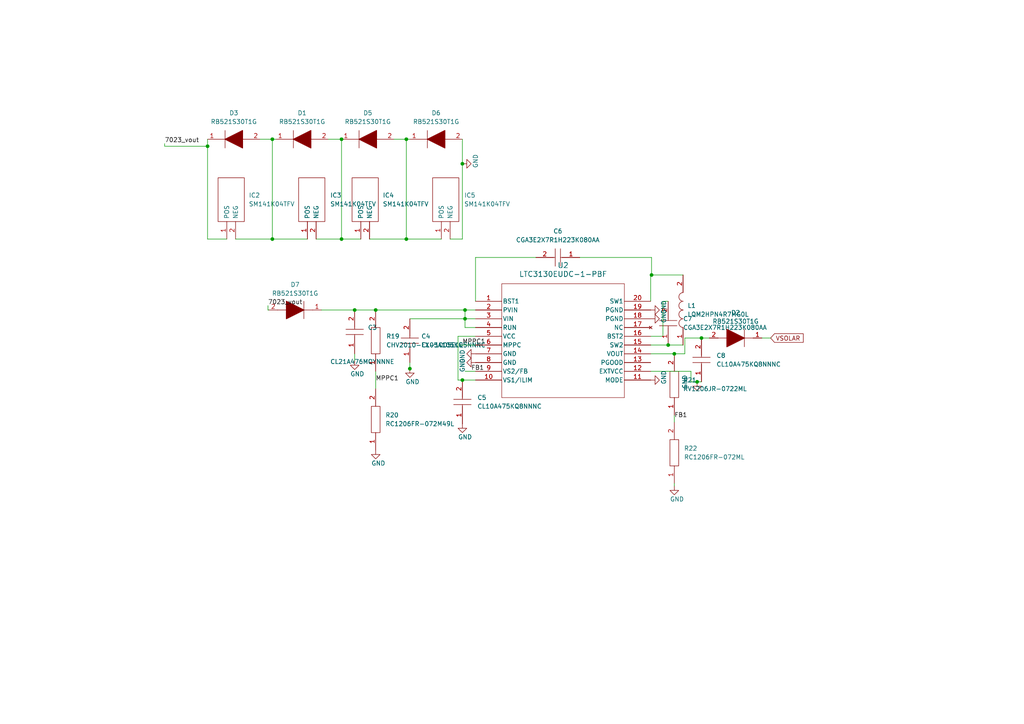
<source format=kicad_sch>
(kicad_sch (version 20230121) (generator eeschema)
  (paper "A4")
  (lib_symbols
    (symbol "AA_AUTO_LOADER:CGA3E2X7R1H223K080AA" (pin_names (offset 0.762))
      (property "Reference" "C" (at 8.89 6.35 0))
      (property "Value" "CGA3E2X7R1H223K080AA" (at 8.89 3.81 0))
      (symbol "CGA3E2X7R1H223K080AA_0_0"
        (pin passive line (at 0 0 0) (length 5.08) (name "~") (number "1"))
        (pin passive line (at 12.7 0 180) (length 5.08) (name "~") (number "2"))
      )
      (symbol "CGA3E2X7R1H223K080AA_0_1"
        (polyline (pts (xy 5.08 0) (xy 5.588 0)) (stroke (width 0.1524)))
        (polyline (pts (xy 5.588 2.54) (xy 5.588 -2.54)) (stroke (width 0.1524)))
        (polyline (pts (xy 7.112 0) (xy 7.62 0)) (stroke (width 0.1524)))
        (polyline (pts (xy 7.112 2.54) (xy 7.112 -2.54)) (stroke (width 0.1524)))
      )
    )
    (symbol "AA_AUTO_LOADER:CHV2010-FX-1005ELF" (pin_names (offset 0.762))
      (property "Reference" "R" (at 13.97 6.35 0))
      (property "Value" "CHV2010-FX-1005ELF" (at 13.97 3.81 0))
      (symbol "CHV2010-FX-1005ELF_0_0"
        (pin passive line (at 0 0 0) (length 5.08) (name "~") (number "1"))
        (pin passive line (at 17.78 0 180) (length 5.08) (name "~") (number "2"))
      )
      (symbol "CHV2010-FX-1005ELF_0_1"
        (polyline (pts (xy 5.08 1.27) (xy 12.7 1.27) (xy 12.7 -1.27) (xy 5.08 -1.27) (xy 5.08 1.27)) (stroke (width 0.1524)))
      )
    )
    (symbol "AA_AUTO_LOADER:CL05A105KQ5NNNC" (pin_names (offset 0.762))
      (property "Reference" "C" (at 8.89 6.35 0))
      (property "Value" "CL05A105KQ5NNNC" (at 8.89 3.81 0))
      (symbol "CL05A105KQ5NNNC_0_0"
        (pin passive line (at 0 0 0) (length 5.08) (name "~") (number "1"))
        (pin passive line (at 12.7 0 180) (length 5.08) (name "~") (number "2"))
      )
      (symbol "CL05A105KQ5NNNC_0_1"
        (polyline (pts (xy 5.08 0) (xy 5.588 0)) (stroke (width 0.1524)))
        (polyline (pts (xy 5.588 2.54) (xy 5.588 -2.54)) (stroke (width 0.1524)))
        (polyline (pts (xy 7.112 0) (xy 7.62 0)) (stroke (width 0.1524)))
        (polyline (pts (xy 7.112 2.54) (xy 7.112 -2.54)) (stroke (width 0.1524)))
      )
    )
    (symbol "AA_AUTO_LOADER:CL10A475KQ8NNNC" (pin_names (offset 0.762))
      (property "Reference" "C" (at 8.89 6.35 0))
      (property "Value" "CL10A475KQ8NNNC" (at 8.89 3.81 0))
      (symbol "CL10A475KQ8NNNC_0_0"
        (pin passive line (at 0 0 0) (length 5.08) (name "~") (number "1"))
        (pin passive line (at 12.7 0 180) (length 5.08) (name "~") (number "2"))
      )
      (symbol "CL10A475KQ8NNNC_0_1"
        (polyline (pts (xy 5.08 0) (xy 5.588 0)) (stroke (width 0.1524)))
        (polyline (pts (xy 5.588 2.54) (xy 5.588 -2.54)) (stroke (width 0.1524)))
        (polyline (pts (xy 7.112 0) (xy 7.62 0)) (stroke (width 0.1524)))
        (polyline (pts (xy 7.112 2.54) (xy 7.112 -2.54)) (stroke (width 0.1524)))
      )
    )
    (symbol "AA_AUTO_LOADER:CL21A476MQYNNNE" (pin_names (offset 0.762))
      (property "Reference" "C" (at 8.89 6.35 0))
      (property "Value" "CL21A476MQYNNNE" (at 8.89 3.81 0))
      (symbol "CL21A476MQYNNNE_0_0"
        (pin passive line (at 0 0 0) (length 5.08) (name "~") (number "1"))
        (pin passive line (at 12.7 0 180) (length 5.08) (name "~") (number "2"))
      )
      (symbol "CL21A476MQYNNNE_0_1"
        (polyline (pts (xy 5.08 0) (xy 5.588 0)) (stroke (width 0.1524)))
        (polyline (pts (xy 5.588 2.54) (xy 5.588 -2.54)) (stroke (width 0.1524)))
        (polyline (pts (xy 7.112 0) (xy 7.62 0)) (stroke (width 0.1524)))
        (polyline (pts (xy 7.112 2.54) (xy 7.112 -2.54)) (stroke (width 0.1524)))
      )
    )
    (symbol "AA_AUTO_LOADER:LQM2HPN4R7MG0L" (pin_names (offset 0.762))
      (property "Reference" "L" (at 16.51 6.35 0))
      (property "Value" "LQM2HPN4R7MG0L" (at 16.51 3.81 0))
      (symbol "LQM2HPN4R7MG0L_0_0"
        (pin passive line (at 0 0 0) (length 5.08) (name "~") (number "1"))
        (pin passive line (at 20.32 0 180) (length 5.08) (name "~") (number "2"))
      )
      (symbol "LQM2HPN4R7MG0L_0_1"
        (arc (start 7.62 0) (mid 6.35 1.2202) (end 5.08 0) (stroke (width 0.1524)))
        (arc (start 10.16 0) (mid 8.89 1.2202) (end 7.62 0) (stroke (width 0.1524)))
        (arc (start 12.7 0) (mid 11.43 1.2202) (end 10.16 0) (stroke (width 0.1524)))
        (arc (start 15.24 0) (mid 13.97 1.2202) (end 12.7 0) (stroke (width 0.1524)))
      )
    )
    (symbol "AA_AUTO_LOADER:RB521S30T1G" (pin_names (offset 0.762))
      (property "Reference" "D" (at 11.43 5.08 0))
      (property "Value" "RB521S30T1G" (at 11.43 2.54 0))
      (symbol "RB521S30T1G_0_0"
        (pin passive line (at 0 0 0) (length 2.54) (name "~") (number "1"))
        (pin passive line (at 15.24 0 180) (length 2.54) (name "~") (number "2"))
      )
      (symbol "RB521S30T1G_0_1"
        (polyline (pts (xy 2.54 0) (xy 5.08 0)) (stroke (width 0.1524)))
        (polyline (pts (xy 5.08 2.54) (xy 5.08 -2.54)) (stroke (width 0.1524)))
        (polyline (pts (xy 10.16 0) (xy 12.7 0)) (stroke (width 0.1524)))
        (polyline (pts (xy 5.08 0) (xy 10.16 2.54) (xy 10.16 -2.54) (xy 5.08 0)) (stroke (width 0.254)) (fill (type outline)))
      )
    )
    (symbol "AA_AUTO_LOADER:RC1206FR-072M49L" (pin_names (offset 0.762))
      (property "Reference" "R" (at 13.97 6.35 0))
      (property "Value" "RC1206FR-072M49L" (at 13.97 3.81 0))
      (symbol "RC1206FR-072M49L_0_0"
        (pin passive line (at 0 0 0) (length 5.08) (name "~") (number "1"))
        (pin passive line (at 17.78 0 180) (length 5.08) (name "~") (number "2"))
      )
      (symbol "RC1206FR-072M49L_0_1"
        (polyline (pts (xy 5.08 1.27) (xy 12.7 1.27) (xy 12.7 -1.27) (xy 5.08 -1.27) (xy 5.08 1.27)) (stroke (width 0.1524)))
      )
    )
    (symbol "AA_AUTO_LOADER:RC1206FR-072ML" (pin_names (offset 0.762))
      (property "Reference" "R" (at 13.97 6.35 0))
      (property "Value" "RC1206FR-072ML" (at 13.97 3.81 0))
      (symbol "RC1206FR-072ML_0_0"
        (pin passive line (at 0 0 0) (length 5.08) (name "~") (number "1"))
        (pin passive line (at 17.78 0 180) (length 5.08) (name "~") (number "2"))
      )
      (symbol "RC1206FR-072ML_0_1"
        (polyline (pts (xy 5.08 1.27) (xy 12.7 1.27) (xy 12.7 -1.27) (xy 5.08 -1.27) (xy 5.08 1.27)) (stroke (width 0.1524)))
      )
    )
    (symbol "AA_AUTO_LOADER:RV1206JR-0722ML" (pin_names (offset 0.762))
      (property "Reference" "R" (at 13.97 6.35 0))
      (property "Value" "RV1206JR-0722ML" (at 13.97 3.81 0))
      (symbol "RV1206JR-0722ML_0_0"
        (pin passive line (at 0 0 0) (length 5.08) (name "~") (number "1"))
        (pin passive line (at 17.78 0 180) (length 5.08) (name "~") (number "2"))
      )
      (symbol "RV1206JR-0722ML_0_1"
        (polyline (pts (xy 5.08 1.27) (xy 12.7 1.27) (xy 12.7 -1.27) (xy 5.08 -1.27) (xy 5.08 1.27)) (stroke (width 0.1524)))
      )
    )
    (symbol "AA_AUTO_LOADER:SM141K04TFV" (pin_names (offset 0.762))
      (property "Reference" "IC" (at 19.05 7.62 0))
      (property "Value" "SM141K04TFV" (at 19.05 5.08 0))
      (symbol "SM141K04TFV_0_0"
        (pin power_in line (at 0 0 0) (length 5.08) (name "POS") (number "1"))
        (pin power_in line (at 0 -2.54 0) (length 5.08) (name "NEG") (number "2"))
      )
      (symbol "SM141K04TFV_0_1"
        (polyline (pts (xy 5.08 2.54) (xy 17.78 2.54) (xy 17.78 -5.08) (xy 5.08 -5.08) (xy 5.08 2.54)) (stroke (width 0.1524)))
      )
    )
    (symbol "LTC3130:LTC3130EUDC-1-PBF" (pin_names (offset 0.254))
      (property "Reference" "U" (at 25.4 10.16 0))
      (property "Value" "LTC3130EUDC-1-PBF" (at 25.4 7.62 0))
      (symbol "LTC3130EUDC-1-PBF_0_1"
        (polyline (pts (xy 7.62 -27.94) (xy 43.18 -27.94)) (stroke (width 0.127)))
        (polyline (pts (xy 7.62 5.08) (xy 7.62 -27.94)) (stroke (width 0.127)))
        (polyline (pts (xy 43.18 -27.94) (xy 43.18 5.08)) (stroke (width 0.127)))
        (polyline (pts (xy 43.18 5.08) (xy 7.62 5.08)) (stroke (width 0.127)))
        (pin unspecified line (at 0 0 0) (length 7.62) (name "BST1") (number "1"))
        (pin bidirectional line (at 0 -22.86 0) (length 7.62) (name "VS1/ILIM") (number "10"))
        (pin unspecified line (at 50.8 -22.86 180) (length 7.62) (name "MODE") (number "11"))
        (pin input line (at 50.8 -20.32 180) (length 7.62) (name "EXTVCC") (number "12"))
        (pin output line (at 50.8 -17.78 180) (length 7.62) (name "PGOOD") (number "13"))
        (pin output line (at 50.8 -15.24 180) (length 7.62) (name "VOUT") (number "14"))
        (pin unspecified line (at 50.8 -12.7 180) (length 7.62) (name "SW2") (number "15"))
        (pin unspecified line (at 50.8 -10.16 180) (length 7.62) (name "BST2") (number "16"))
        (pin no_connect line (at 50.8 -7.62 180) (length 7.62) (name "NC") (number "17"))
        (pin power_out line (at 50.8 -5.08 180) (length 7.62) (name "PGND") (number "18"))
        (pin power_out line (at 50.8 -2.54 180) (length 7.62) (name "PGND") (number "19"))
        (pin input line (at 0 -2.54 0) (length 7.62) (name "PVIN") (number "2"))
        (pin unspecified line (at 50.8 0 180) (length 7.62) (name "SW1") (number "20"))
        (pin input line (at 0 -5.08 0) (length 7.62) (name "VIN") (number "3"))
        (pin input line (at 0 -7.62 0) (length 7.62) (name "RUN") (number "4"))
        (pin power_in line (at 0 -10.16 0) (length 7.62) (name "VCC") (number "5"))
        (pin unspecified line (at 0 -12.7 0) (length 7.62) (name "MPPC") (number "6"))
        (pin power_out line (at 0 -15.24 0) (length 7.62) (name "GND") (number "7"))
        (pin power_out line (at 0 -17.78 0) (length 7.62) (name "GND") (number "8"))
        (pin bidirectional line (at 0 -20.32 0) (length 7.62) (name "VS2/FB") (number "9"))
      )
    )
    (symbol "power:GND" (power) (pin_names (offset 0))
      (property "Value" "GND" (at 0 -3.81 0))
      (symbol "GND_0_1"
        (polyline (pts (xy 0 0) (xy 0 -1.27) (xy 1.27 -1.27) (xy 0 -2.54) (xy -1.27 -1.27) (xy 0 -1.27)))
      )
      (symbol "GND_1_1"
        (pin power_in line (at 0 0 270) (length 0) hide (name "GND") (number "1"))
      )
    )
  )
  (junction (at 134.874 89.916))
  (junction (at 134.112 110.236))
  (junction (at 193.802 100.076))
  (junction (at 78.994 69.342))
  (junction (at 117.856 69.342))
  (junction (at 202.184 110.744))
  (junction (at 99.06 40.386))
  (junction (at 78.994 40.386))
  (junction (at 195.58 102.616))
  (junction (at 203.454 98.044))
  (junction (at 99.06 69.342))
  (junction (at 60.198 42.418))
  (junction (at 117.856 40.386))
  (junction (at 134.874 92.456))
  (junction (at 108.966 89.916))
  (junction (at 134.112 47.498))
  (junction (at 188.976 79.756))
  (junction (at 102.87 89.916))
  (junction (at 118.872 106.934))
  (wire (pts (xy 134.874 89.916) (xy 134.874 92.456)))
  (wire (pts (xy 77.724 88.646) (xy 77.724 89.916)))
  (wire (pts (xy 193.802 100.076) (xy 198.12 100.076)))
  (wire (pts (xy 117.856 40.386) (xy 117.856 69.342)))
  (wire (pts (xy 47.752 41.656) (xy 47.752 42.418)))
  (wire (pts (xy 78.994 69.342) (xy 89.154 69.342)))
  (wire (pts (xy 117.856 40.386) (xy 118.872 40.386)))
  (wire (pts (xy 198.628 98.044) (xy 203.454 98.044)))
  (wire (pts (xy 198.628 102.616) (xy 198.628 98.044)))
  (wire (pts (xy 107.188 69.342) (xy 117.856 69.342)))
  (wire (pts (xy 188.722 107.696) (xy 200.406 107.696)))
  (wire (pts (xy 188.722 100.076) (xy 193.802 100.076)))
  (wire (pts (xy 134.874 89.916) (xy 137.922 89.916)))
  (wire (pts (xy 133.35 100.076) (xy 137.922 100.076)))
  (wire (pts (xy 134.112 47.498) (xy 134.112 69.342)))
  (wire (pts (xy 118.872 106.934) (xy 118.872 105.156)))
  (wire (pts (xy 134.874 92.456) (xy 134.874 94.996)))
  (wire (pts (xy 137.922 97.536) (xy 132.842 97.536)))
  (wire (pts (xy 188.976 79.756) (xy 188.722 79.756)))
  (wire (pts (xy 134.112 69.342) (xy 130.556 69.342)))
  (wire (pts (xy 47.752 42.418) (xy 60.198 42.418)))
  (wire (pts (xy 192.278 87.376) (xy 192.278 97.536)))
  (wire (pts (xy 134.874 92.456) (xy 137.922 92.456)))
  (wire (pts (xy 91.694 69.342) (xy 99.06 69.342)))
  (wire (pts (xy 102.87 104.648) (xy 102.87 102.616)))
  (wire (pts (xy 202.184 110.744) (xy 203.454 110.744)))
  (wire (pts (xy 104.648 69.342) (xy 99.06 69.342)))
  (wire (pts (xy 188.722 79.756) (xy 188.722 87.376)))
  (wire (pts (xy 60.198 42.418) (xy 60.198 69.342)))
  (wire (pts (xy 99.06 40.386) (xy 95.25 40.386)))
  (wire (pts (xy 193.802 87.376) (xy 192.278 87.376)))
  (wire (pts (xy 134.874 94.996) (xy 137.922 94.996)))
  (wire (pts (xy 99.06 40.386) (xy 99.06 69.342)))
  (wire (pts (xy 114.3 40.386) (xy 117.856 40.386)))
  (wire (pts (xy 134.874 107.696) (xy 137.922 107.696)))
  (wire (pts (xy 200.406 110.744) (xy 202.184 110.744)))
  (wire (pts (xy 134.112 110.236) (xy 137.922 110.236)))
  (wire (pts (xy 205.74 98.044) (xy 203.454 98.044)))
  (wire (pts (xy 68.326 69.342) (xy 78.994 69.342)))
  (wire (pts (xy 195.58 102.616) (xy 198.628 102.616)))
  (wire (pts (xy 132.842 97.536) (xy 132.842 110.236)))
  (wire (pts (xy 195.58 122.428) (xy 195.58 120.396)))
  (wire (pts (xy 220.98 98.044) (xy 223.52 98.044)))
  (wire (pts (xy 75.438 40.386) (xy 78.994 40.386)))
  (wire (pts (xy 137.922 87.376) (xy 137.922 74.676)))
  (wire (pts (xy 108.966 112.776) (xy 108.966 107.696)))
  (wire (pts (xy 118.872 92.456) (xy 134.874 92.456)))
  (wire (pts (xy 102.87 89.916) (xy 108.966 89.916)))
  (wire (pts (xy 60.198 40.386) (xy 60.198 42.418)))
  (wire (pts (xy 65.786 69.342) (xy 60.198 69.342)))
  (wire (pts (xy 188.976 74.676) (xy 188.976 79.756)))
  (wire (pts (xy 78.994 40.386) (xy 80.01 40.386)))
  (wire (pts (xy 134.112 40.386) (xy 134.112 47.498)))
  (wire (pts (xy 93.218 89.916) (xy 102.87 89.916)))
  (wire (pts (xy 192.278 97.536) (xy 188.722 97.536)))
  (wire (pts (xy 200.406 107.696) (xy 200.406 110.744)))
  (wire (pts (xy 195.58 140.97) (xy 195.58 140.208)))
  (wire (pts (xy 117.856 69.342) (xy 128.016 69.342)))
  (wire (pts (xy 188.722 102.616) (xy 195.58 102.616)))
  (wire (pts (xy 137.922 74.676) (xy 155.448 74.676)))
  (wire (pts (xy 132.842 110.236) (xy 134.112 110.236)))
  (wire (pts (xy 168.148 74.676) (xy 188.976 74.676)))
  (wire (pts (xy 108.966 89.916) (xy 134.874 89.916)))
  (wire (pts (xy 198.12 79.756) (xy 188.976 79.756)))
  (wire (pts (xy 77.724 89.916) (xy 77.978 89.916)))
  (wire (pts (xy 118.872 106.934) (xy 118.872 107.188)))
  (wire (pts (xy 78.994 40.386) (xy 78.994 69.342)))
  (label "7023_vout" (at 77.724 88.646 0))
  (label "MPPC1" (at 108.966 110.744 0))
  (label "MPPC1" (at 134.112 100.076 0))
  (label "FB1" (at 136.652 107.696 0))
  (label "FB1" (at 195.58 121.412 0))
  (label "7023_vout" (at 47.752 41.656 0))
  (global_label "VSOLAR" (shape input) (at 223.52 98.044 0) (property "Intersheetrefs" "${INTERSHEET_REFS}" (effects hide)))
  (symbol (lib_id "AA_AUTO_LOADER:RC1206FR-072M49L") (at 108.966 130.556 90) (unit 1)
    (property "Reference" "R20" (at 111.76 120.396 90) (effects (justify right)))
    (property "Value" "RC1206FR-072M49L" (at 111.76 122.936 90) (effects (justify right)))
    (property "Footprint" "RESC3116X65N" (effects hide))
    (property "Datasheet" "https://www.sos.sk/productdata/35/10/4/35104/RC1206.pdf" (effects hide))
    (property "Description" "Thick Film Resistors - SMD 1/4W 2.49M Ohms 1%" (effects hide))
    (property "Height" "0.65" (effects hide))
    (property "Manufacturer_Name" "KEMET" (effects hide))
    (property "Manufacturer_Part_Number" "RC1206FR-072M49L" (effects hide))
    (property "Mouser Part Number" "603-RC1206FR-072M49L" (effects hide))
    (property "Mouser Price/Stock" "https://www.mouser.com/Search/Refine.aspx?Keyword=603-RC1206FR-072M49L" (effects hide))
    (property "Arrow Part Number" "RC1206FR-072M49L" (effects hide))
    (property "Arrow Price/Stock" "https://www.arrow.com/en/products/rc1206fr-072m49l/yageo" (effects hide))
    (instances (project "Z_PLUS_REV1" (path "" (reference "R20") (unit 1))) (project "Xpanel_V1_final" (path "" (reference "R40") (unit 1))))
  )
  (symbol (lib_id "AA_AUTO_LOADER:RB521S30T1G") (at 80.01 40.386 0) (unit 1)
    (property "Reference" "D1" (at 87.63 32.766 0))
    (property "Value" "RB521S30T1G" (at 87.63 35.306 0))
    (property "Footprint" "SODFL1608X70N" (effects hide))
    (property "Datasheet" "http://www.onsemi.com/pub/Collateral/RB521S30T1-D.PDF" (effects hide))
    (property "Description" "Schottky Barrier Diode" (effects hide))
    (property "Height" "0.7" (effects hide))
    (property "Manufacturer_Name" "onsemi" (effects hide))
    (property "Manufacturer_Part_Number" "RB521S30T1G" (effects hide))
    (property "Mouser Part Number" "863-RB521S30T1G" (effects hide))
    (property "Mouser Price/Stock" "https://www.mouser.co.uk/ProductDetail/onsemi/RB521S30T1G?qs=xZq1yRCsb1eKFKS8TVH%2Fqg%3D%3D" (effects hide))
    (property "Arrow Part Number" "RB521S30T1G" (effects hide))
    (property "Arrow Price/Stock" "https://www.arrow.com/en/products/rb521s30t1g/on-semiconductor?region=europe" (effects hide))
  )
  (symbol (lib_id "AA_AUTO_LOADER:RB521S30T1G") (at 118.872 40.386 0) (unit 1)
    (property "Reference" "D6" (at 126.492 32.766 0))
    (property "Value" "RB521S30T1G" (at 126.492 35.306 0))
    (property "Footprint" "SODFL1608X70N" (effects hide))
    (property "Datasheet" "http://www.onsemi.com/pub/Collateral/RB521S30T1-D.PDF" (effects hide))
    (property "Description" "Schottky Barrier Diode" (effects hide))
    (property "Height" "0.7" (effects hide))
    (property "Manufacturer_Name" "onsemi" (effects hide))
    (property "Manufacturer_Part_Number" "RB521S30T1G" (effects hide))
    (property "Mouser Part Number" "863-RB521S30T1G" (effects hide))
    (property "Mouser Price/Stock" "https://www.mouser.co.uk/ProductDetail/onsemi/RB521S30T1G?qs=xZq1yRCsb1eKFKS8TVH%2Fqg%3D%3D" (effects hide))
    (property "Arrow Part Number" "RB521S30T1G" (effects hide))
    (property "Arrow Price/Stock" "https://www.arrow.com/en/products/rb521s30t1g/on-semiconductor?region=europe" (effects hide))
  )
  (symbol (lib_id "AA_AUTO_LOADER:SM141K04TFV") (at 104.648 69.342 90) (unit 1)
    (property "Reference" "IC4" (at 110.998 56.642 90) (effects (justify right)))
    (property "Value" "SM141K04TFV" (at 110.998 59.182 90) (effects (justify right)))
    (property "Footprint" "SODFL490150X120N" (effects hide))
    (property "Datasheet" "https://waf-e.dubuplus.com/anysolar.dubuplus.com/techsupport@anysolar.biz/O18BEsz/DubuDisk/www/Gen3/SM141K04TFV%20DATA%20SHEET%20202105.pdf" (effects hide))
    (property "Description" "SOLAR CELL G3 THIN 2.76V 123MW" (effects hide))
    (property "Height" "1.2" (effects hide))
    (property "Manufacturer_Name" "ANYSOLAR" (effects hide))
    (property "Manufacturer_Part_Number" "SM141K04TFV" (effects hide))
  )
  (symbol (lib_id "power:GND") (at 102.87 104.648 0) (mirror y) (unit 1)
    (property "Reference" "#PWR?" (effects hide))
    (property "Value" "GND" (at 101.6 108.458 0) (effects (justify right)))
    (instances (project "xpanel" (path "" (reference "#PWR?") (unit 1))) (project "Z_PLUS_REV1" (path "" (reference "#PWR018") (unit 1))) (project "Xpanel_V1_final" (path "" (reference "#PWR038") (unit 1)) (path "" (reference "#PWR041") (unit 1))))
  )
  (symbol (lib_id "AA_AUTO_LOADER:LQM2HPN4R7MG0L") (at 198.12 100.076 90) (unit 1)
    (property "Reference" "L1" (at 199.39 88.646 90) (effects (justify right)))
    (property "Value" "LQM2HPN4R7MG0L" (at 199.39 91.186 90) (effects (justify right)))
    (property "Footprint" "LQM2HPN1R0MG0L" (effects hide))
    (property "Datasheet" "https://psearch.en.murata.com/inductor/product/LQM2HPN4R7MG0%23.html" (effects hide))
    (property "Description" "Inductor SMD 1008 shielded 4.7uH Murata LQM2HP_G0 Series 4700 nH +/-20% Ferrite Multilayer SMD Inductor, 1008 Case, SRF: 0.025GHz 1.1A dc 138m Rdc" (effects hide))
    (property "Height" "1" (effects hide))
    (property "Manufacturer_Name" "Murata Electronics" (effects hide))
    (property "Manufacturer_Part_Number" "LQM2HPN4R7MG0L" (effects hide))
    (property "Mouser Part Number" "81-LQM2HPN4R7MG0L" (effects hide))
    (property "Mouser Price/Stock" "https://www.mouser.co.uk/ProductDetail/Murata-Electronics/LQM2HPN4R7MG0L?qs=%2F%252BYoplLUB5jnkqM2%2FFTc3g%3D%3D" (effects hide))
    (property "Arrow Part Number" "LQM2HPN4R7MG0L" (effects hide))
    (property "Arrow Price/Stock" "https://www.arrow.com/en/products/lqm2hpn4r7mg0l/murata-manufacturing?region=nac" (effects hide))
    (instances (project "Z_PLUS_REV1" (path "" (reference "L1") (unit 1))) (project "Xpanel_V1_final" (path "" (reference "L3") (unit 1)) (path "" (reference "L4") (unit 1))))
  )
  (symbol (lib_id "power:GND") (at 108.966 130.556 0) (mirror y) (unit 1)
    (property "Reference" "#PWR?" (effects hide))
    (property "Value" "GND" (at 107.696 134.366 0) (effects (justify right)))
    (instances (project "xpanel" (path "" (reference "#PWR?") (unit 1))) (project "Z_PLUS_REV1" (path "" (reference "#PWR019") (unit 1))) (project "Xpanel_V1_final" (path "" (reference "#PWR039") (unit 1)) (path "" (reference "#PWR042") (unit 1))))
  )
  (symbol (lib_id "AA_AUTO_LOADER:CL10A475KQ8NNNC") (at 134.112 122.936 90) (unit 1)
    (property "Reference" "C5" (at 138.43 115.316 90) (effects (justify right)))
    (property "Value" "CL10A475KQ8NNNC" (at 138.43 117.856 90) (effects (justify right)))
    (property "Footprint" "CAPC1608X90N" (effects hide))
    (property "Datasheet" "https://lcsc.componentsearchengine.com/Datasheets/2/CL10A475KQ8NNNC.pdf" (effects hide))
    (property "Description" "Samsung Electro-Mechanics 0603 CL 4.7uF Ceramic Multilayer Capacitor, 6.3 V, +85C, X5R Dielectric, +/-10% SMD" (effects hide))
    (property "Height" "0.9" (effects hide))
    (property "Manufacturer_Name" "SAMSUNG" (effects hide))
    (property "Manufacturer_Part_Number" "CL10A475KQ8NNNC" (effects hide))
    (property "Mouser Part Number" "187-CL10A475KQ8NNNC" (effects hide))
    (property "Mouser Price/Stock" "https://www.mouser.co.uk/ProductDetail/Samsung-Electro-Mechanics/CL10A475KQ8NNNC?qs=349EhDEZ59oYfMfehxxCwQ%3D%3D" (effects hide))
    (property "Arrow Part Number" "CL10A475KQ8NNNC" (effects hide))
    (property "Arrow Price/Stock" "https://www.arrow.com/en/products/cl10a475kq8nnnc/samsung-electro-mechanics?region=europe" (effects hide))
    (instances (project "Z_PLUS_REV1" (path "" (reference "C5") (unit 1))) (project "Xpanel_V1_final" (path "" (reference "C10") (unit 1)) (path "" (reference "C16") (unit 1))))
  )
  (symbol (lib_id "power:GND") (at 202.184 110.744 0) (mirror y) (unit 1)
    (property "Reference" "#PWR?" (effects hide))
    (property "Value" "GND" (at 198.628 108.712 90) (effects (justify right)))
    (instances (project "xpanel" (path "" (reference "#PWR?") (unit 1))) (project "Z_PLUS_REV1" (path "" (reference "#PWR029") (unit 1))) (project "Xpanel_V1_final" (path "" (reference "#PWR037") (unit 1)) (path "" (reference "#PWR057") (unit 1))))
  )
  (symbol (lib_id "AA_AUTO_LOADER:RB521S30T1G") (at 220.98 98.044 180) (unit 1)
    (property "Reference" "D2" (at 213.36 90.678 0))
    (property "Value" "RB521S30T1G" (at 213.36 93.218 0))
    (property "Footprint" "SODFL1608X70N" (effects hide))
    (property "Datasheet" "http://www.onsemi.com/pub/Collateral/RB521S30T1-D.PDF" (effects hide))
    (property "Description" "Schottky Barrier Diode" (effects hide))
    (property "Height" "0.7" (effects hide))
    (property "Manufacturer_Name" "onsemi" (effects hide))
    (property "Manufacturer_Part_Number" "RB521S30T1G" (effects hide))
    (property "Mouser Part Number" "863-RB521S30T1G" (effects hide))
    (property "Mouser Price/Stock" "https://www.mouser.co.uk/ProductDetail/onsemi/RB521S30T1G?qs=xZq1yRCsb1eKFKS8TVH%2Fqg%3D%3D" (effects hide))
    (property "Arrow Part Number" "RB521S30T1G" (effects hide))
    (property "Arrow Price/Stock" "https://www.arrow.com/en/products/rb521s30t1g/on-semiconductor?region=europe" (effects hide))
  )
  (symbol (lib_id "AA_AUTO_LOADER:CL05A105KQ5NNNC") (at 118.872 105.156 90) (unit 1)
    (property "Reference" "C4" (at 122.174 97.536 90) (effects (justify right)))
    (property "Value" "CL05A105KQ5NNNC" (at 122.174 100.076 90) (effects (justify right)))
    (property "Footprint" "CAPC1005X55N" (effects hide))
    (property "Datasheet" "https://altium.componentsearchengine.com/Datasheets/2/CL05A105KQ5NNNC.pdf" (effects hide))
    (property "Description" "Samsung Electro-Mechanics 0402 CL 1uF Ceramic Multilayer Capacitor, 6.3 V, +85C, X5R Dielectric, +/-10% SMD" (effects hide))
    (property "Height" "0.55" (effects hide))
    (property "Manufacturer_Name" "SAMSUNG" (effects hide))
    (property "Manufacturer_Part_Number" "CL05A105KQ5NNNC" (effects hide))
    (property "Mouser Part Number" "187-CL05A105KQ5NNNC" (effects hide))
    (property "Mouser Price/Stock" "https://www.mouser.co.uk/ProductDetail/Samsung-Electro-Mechanics/CL05A105KQ5NNNC?qs=hqM3L16%252BxlcZ9I8tt8QWVg%3D%3D" (effects hide))
    (property "Arrow Part Number" "CL05A105KQ5NNNC" (effects hide))
    (property "Arrow Price/Stock" "https://www.arrow.com/en/products/cl05a105kq5nnnc/samsung-electro-mechanics?region=europe" (effects hide))
    (instances (project "Z_PLUS_REV1" (path "" (reference "C4") (unit 1))) (project "Xpanel_V1_final" (path "" (reference "C7") (unit 1)) (path "" (reference "C15") (unit 1))))
  )
  (symbol (lib_id "AA_AUTO_LOADER:CL10A475KQ8NNNC") (at 203.454 110.744 90) (unit 1)
    (property "Reference" "C8" (at 207.772 103.124 90) (effects (justify right)))
    (property "Value" "CL10A475KQ8NNNC" (at 207.772 105.664 90) (effects (justify right)))
    (property "Footprint" "CAPC1608X90N" (effects hide))
    (property "Datasheet" "https://lcsc.componentsearchengine.com/Datasheets/2/CL10A475KQ8NNNC.pdf" (effects hide))
    (property "Description" "Samsung Electro-Mechanics 0603 CL 4.7uF Ceramic Multilayer Capacitor, 6.3 V, +85C, X5R Dielectric, +/-10% SMD" (effects hide))
    (property "Height" "0.9" (effects hide))
    (property "Manufacturer_Name" "SAMSUNG" (effects hide))
    (property "Manufacturer_Part_Number" "CL10A475KQ8NNNC" (effects hide))
    (property "Mouser Part Number" "187-CL10A475KQ8NNNC" (effects hide))
    (property "Mouser Price/Stock" "https://www.mouser.co.uk/ProductDetail/Samsung-Electro-Mechanics/CL10A475KQ8NNNC?qs=349EhDEZ59oYfMfehxxCwQ%3D%3D" (effects hide))
    (property "Arrow Part Number" "CL10A475KQ8NNNC" (effects hide))
    (property "Arrow Price/Stock" "https://www.arrow.com/en/products/cl10a475kq8nnnc/samsung-electro-mechanics?region=europe" (effects hide))
    (instances (project "Z_PLUS_REV1" (path "" (reference "C8") (unit 1))) (project "Xpanel_V1_final" (path "" (reference "C11") (unit 1)) (path "" (reference "C19") (unit 1))))
  )
  (symbol (lib_id "AA_AUTO_LOADER:CGA3E2X7R1H223K080AA") (at 168.148 74.676 180) (unit 1)
    (property "Reference" "C6" (at 161.798 67.056 0))
    (property "Value" "CGA3E2X7R1H223K080AA" (at 161.798 69.596 0))
    (property "Footprint" "CAPC1608X90N" (effects hide))
    (property "Datasheet" "http://docs-europe.electrocomponents.com/webdocs/14e9/0900766b814e9125.pdf" (effects hide))
    (property "Description" "TDK 22nF Multilayer Ceramic Capacitor MLCC 50 V dc +/-10% X7R Dielectric 1608 Solder Max. Op. Temp. +125C" (effects hide))
    (property "Height" "0.9" (effects hide))
    (property "Manufacturer_Name" "TDK" (effects hide))
    (property "Manufacturer_Part_Number" "CGA3E2X7R1H223K080AA" (effects hide))
    (property "Mouser Part Number" "810-CGA3E2X7R1H223K" (effects hide))
    (property "Mouser Price/Stock" "https://www.mouser.co.uk/ProductDetail/TDK/CGA3E2X7R1H223K080AA?qs=NRhsANhppD%252Baj3NexA80WA%3D%3D" (effects hide))
    (property "Arrow Part Number" "CGA3E2X7R1H223K080AA" (effects hide))
    (property "Arrow Price/Stock" "https://www.arrow.com/en/products/cga3e2x7r1h223k080aa/tdk?region=nac" (effects hide))
    (instances (project "Z_PLUS_REV1" (path "" (reference "C6") (unit 1))) (project "Xpanel_V1_final" (path "" (reference "C13") (unit 1)) (path "" (reference "C17") (unit 1))))
  )
  (symbol (lib_id "power:GND") (at 118.872 106.934 0) (mirror y) (unit 1)
    (property "Reference" "#PWR?" (effects hide))
    (property "Value" "GND" (at 117.602 110.744 0) (effects (justify right)))
    (instances (project "xpanel" (path "" (reference "#PWR?") (unit 1))) (project "Z_PLUS_REV1" (path "" (reference "#PWR020") (unit 1))) (project "Xpanel_V1_final" (path "" (reference "#PWR031") (unit 1)) (path "" (reference "#PWR043") (unit 1))))
  )
  (symbol (lib_id "AA_AUTO_LOADER:RB521S30T1G") (at 99.06 40.386 0) (unit 1)
    (property "Reference" "D5" (at 106.68 32.766 0))
    (property "Value" "RB521S30T1G" (at 106.68 35.306 0))
    (property "Footprint" "SODFL1608X70N" (effects hide))
    (property "Datasheet" "http://www.onsemi.com/pub/Collateral/RB521S30T1-D.PDF" (effects hide))
    (property "Description" "Schottky Barrier Diode" (effects hide))
    (property "Height" "0.7" (effects hide))
    (property "Manufacturer_Name" "onsemi" (effects hide))
    (property "Manufacturer_Part_Number" "RB521S30T1G" (effects hide))
    (property "Mouser Part Number" "863-RB521S30T1G" (effects hide))
    (property "Mouser Price/Stock" "https://www.mouser.co.uk/ProductDetail/onsemi/RB521S30T1G?qs=xZq1yRCsb1eKFKS8TVH%2Fqg%3D%3D" (effects hide))
    (property "Arrow Part Number" "RB521S30T1G" (effects hide))
    (property "Arrow Price/Stock" "https://www.arrow.com/en/products/rb521s30t1g/on-semiconductor?region=europe" (effects hide))
  )
  (symbol (lib_id "AA_AUTO_LOADER:SM141K04TFV") (at 65.786 69.342 90) (unit 1)
    (property "Reference" "IC2" (at 72.136 56.642 90) (effects (justify right)))
    (property "Value" "SM141K04TFV" (at 72.136 59.182 90) (effects (justify right)))
    (property "Footprint" "SODFL490150X120N" (effects hide))
    (property "Datasheet" "https://waf-e.dubuplus.com/anysolar.dubuplus.com/techsupport@anysolar.biz/O18BEsz/DubuDisk/www/Gen3/SM141K04TFV%20DATA%20SHEET%20202105.pdf" (effects hide))
    (property "Description" "SOLAR CELL G3 THIN 2.76V 123MW" (effects hide))
    (property "Height" "1.2" (effects hide))
    (property "Manufacturer_Name" "ANYSOLAR" (effects hide))
    (property "Manufacturer_Part_Number" "SM141K04TFV" (effects hide))
  )
  (symbol (lib_id "power:GND") (at 134.112 47.498 90) (mirror x) (unit 1)
    (property "Reference" "#PWR?" (effects hide))
    (property "Value" "GND" (at 137.922 48.768 0) (effects (justify right)))
    (instances (project "xpanel" (path "" (reference "#PWR?") (unit 1))) (project "Z_PLUS_REV1" (path "" (reference "#PWR021") (unit 1))) (project "Xpanel_V1_final" (path "" (reference "#PWR039") (unit 1)) (path "" (reference "#PWR042") (unit 1))))
  )
  (symbol (lib_id "AA_AUTO_LOADER:SM141K04TFV") (at 89.154 69.342 90) (unit 1)
    (property "Reference" "IC3" (at 95.758 56.642 90) (effects (justify right)))
    (property "Value" "SM141K04TFV" (at 95.758 59.182 90) (effects (justify right)))
    (property "Footprint" "SODFL490150X120N" (effects hide))
    (property "Datasheet" "https://waf-e.dubuplus.com/anysolar.dubuplus.com/techsupport@anysolar.biz/O18BEsz/DubuDisk/www/Gen3/SM141K04TFV%20DATA%20SHEET%20202105.pdf" (effects hide))
    (property "Description" "SOLAR CELL G3 THIN 2.76V 123MW" (effects hide))
    (property "Height" "1.2" (effects hide))
    (property "Manufacturer_Name" "ANYSOLAR" (effects hide))
    (property "Manufacturer_Part_Number" "SM141K04TFV" (effects hide))
  )
  (symbol (lib_id "power:GND") (at 134.112 122.936 0) (mirror y) (unit 1)
    (property "Reference" "#PWR?" (effects hide))
    (property "Value" "GND" (at 132.842 126.746 0) (effects (justify right)))
    (instances (project "xpanel" (path "" (reference "#PWR?") (unit 1))) (project "Z_PLUS_REV1" (path "" (reference "#PWR022") (unit 1))) (project "Xpanel_V1_final" (path "" (reference "#PWR036") (unit 1)) (path "" (reference "#PWR044") (unit 1))))
  )
  (symbol (lib_id "LTC3130:LTC3130EUDC-1-PBF") (at 137.922 87.376 0) (unit 1)
    (property "Reference" "U2" (at 163.322 76.962 0) (effects (font (size 1.524 1.524))))
    (property "Value" "LTC3130EUDC-1-PBF" (at 163.322 79.502 0) (effects (font (size 1.524 1.524))))
    (property "Footprint" "UDC_20_ADI" (effects hide))
    (property "Datasheet" "LTC3130EUDC-1-PBF" (effects hide))
    (instances (project "Z_PLUS_REV1" (path "" (reference "U2") (unit 1))) (project "Xpanel_V1_final" (path "" (reference "U3") (unit 1)) (path "" (reference "U4") (unit 1))))
  )
  (symbol (lib_id "AA_AUTO_LOADER:SM141K04TFV") (at 128.016 69.342 90) (unit 1)
    (property "Reference" "IC5" (at 134.62 56.642 90) (effects (justify right)))
    (property "Value" "SM141K04TFV" (at 134.62 59.182 90) (effects (justify right)))
    (property "Footprint" "SODFL490150X120N" (effects hide))
    (property "Datasheet" "https://waf-e.dubuplus.com/anysolar.dubuplus.com/techsupport@anysolar.biz/O18BEsz/DubuDisk/www/Gen3/SM141K04TFV%20DATA%20SHEET%20202105.pdf" (effects hide))
    (property "Description" "SOLAR CELL G3 THIN 2.76V 123MW" (effects hide))
    (property "Height" "1.2" (effects hide))
    (property "Manufacturer_Name" "ANYSOLAR" (effects hide))
    (property "Manufacturer_Part_Number" "SM141K04TFV" (effects hide))
  )
  (symbol (lib_id "AA_AUTO_LOADER:CGA3E2X7R1H223K080AA") (at 193.802 100.076 90) (unit 1)
    (property "Reference" "C7" (at 198.12 92.456 90) (effects (justify right)))
    (property "Value" "CGA3E2X7R1H223K080AA" (at 198.12 94.996 90) (effects (justify right)))
    (property "Footprint" "CAPC1608X90N" (effects hide))
    (property "Datasheet" "http://docs-europe.electrocomponents.com/webdocs/14e9/0900766b814e9125.pdf" (effects hide))
    (property "Description" "TDK 22nF Multilayer Ceramic Capacitor MLCC 50 V dc +/-10% X7R Dielectric 1608 Solder Max. Op. Temp. +125C" (effects hide))
    (property "Height" "0.9" (effects hide))
    (property "Manufacturer_Name" "TDK" (effects hide))
    (property "Manufacturer_Part_Number" "CGA3E2X7R1H223K080AA" (effects hide))
    (property "Mouser Part Number" "810-CGA3E2X7R1H223K" (effects hide))
    (property "Mouser Price/Stock" "https://www.mouser.co.uk/ProductDetail/TDK/CGA3E2X7R1H223K080AA?qs=NRhsANhppD%252Baj3NexA80WA%3D%3D" (effects hide))
    (property "Arrow Part Number" "CGA3E2X7R1H223K080AA" (effects hide))
    (property "Arrow Price/Stock" "https://www.arrow.com/en/products/cga3e2x7r1h223k080aa/tdk?region=nac" (effects hide))
    (instances (project "Z_PLUS_REV1" (path "" (reference "C7") (unit 1))) (project "Xpanel_V1_final" (path "" (reference "C12") (unit 1)) (path "" (reference "C18") (unit 1))))
  )
  (symbol (lib_id "power:GND") (at 188.722 110.236 90) (mirror x) (unit 1)
    (property "Reference" "#PWR?" (effects hide))
    (property "Value" "GND" (at 192.532 111.506 0) (effects (justify right)))
    (instances (project "xpanel" (path "" (reference "#PWR?") (unit 1))) (project "Z_PLUS_REV1" (path "" (reference "#PWR027") (unit 1))) (project "Xpanel_V1_final" (path "" (reference "#PWR037") (unit 1)) (path "" (reference "#PWR049") (unit 1))))
  )
  (symbol (lib_id "power:GND") (at 137.922 102.616 270) (mirror x) (unit 1)
    (property "Reference" "#PWR?" (effects hide))
    (property "Value" "GND" (at 134.112 101.346 0) (effects (justify right)))
    (instances (project "xpanel" (path "" (reference "#PWR?") (unit 1))) (project "Z_PLUS_REV1" (path "" (reference "#PWR023") (unit 1))) (project "Xpanel_V1_final" (path "" (reference "#PWR032") (unit 1)) (path "" (reference "#PWR045") (unit 1))))
  )
  (symbol (lib_id "AA_AUTO_LOADER:RB521S30T1G") (at 60.198 40.386 0) (unit 1)
    (property "Reference" "D3" (at 67.818 32.766 0))
    (property "Value" "RB521S30T1G" (at 67.818 35.306 0))
    (property "Footprint" "SODFL1608X70N" (effects hide))
    (property "Datasheet" "http://www.onsemi.com/pub/Collateral/RB521S30T1-D.PDF" (effects hide))
    (property "Description" "Schottky Barrier Diode" (effects hide))
    (property "Height" "0.7" (effects hide))
    (property "Manufacturer_Name" "onsemi" (effects hide))
    (property "Manufacturer_Part_Number" "RB521S30T1G" (effects hide))
    (property "Mouser Part Number" "863-RB521S30T1G" (effects hide))
    (property "Mouser Price/Stock" "https://www.mouser.co.uk/ProductDetail/onsemi/RB521S30T1G?qs=xZq1yRCsb1eKFKS8TVH%2Fqg%3D%3D" (effects hide))
    (property "Arrow Part Number" "RB521S30T1G" (effects hide))
    (property "Arrow Price/Stock" "https://www.arrow.com/en/products/rb521s30t1g/on-semiconductor?region=europe" (effects hide))
  )
  (symbol (lib_id "power:GND") (at 188.722 89.916 90) (mirror x) (unit 1)
    (property "Reference" "#PWR?" (effects hide))
    (property "Value" "GND" (at 192.532 91.186 0) (effects (justify right)))
    (instances (project "xpanel" (path "" (reference "#PWR?") (unit 1))) (project "Z_PLUS_REV1" (path "" (reference "#PWR025") (unit 1))) (project "Xpanel_V1_final" (path "" (reference "#PWR035") (unit 1)) (path "" (reference "#PWR047") (unit 1))))
  )
  (symbol (lib_id "AA_AUTO_LOADER:RB521S30T1G") (at 93.218 89.916 180) (unit 1)
    (property "Reference" "D7" (at 85.598 82.55 0))
    (property "Value" "RB521S30T1G" (at 85.598 85.09 0))
    (property "Footprint" "SODFL1608X70N" (effects hide))
    (property "Datasheet" "http://www.onsemi.com/pub/Collateral/RB521S30T1-D.PDF" (effects hide))
    (property "Description" "Schottky Barrier Diode" (effects hide))
    (property "Height" "0.7" (effects hide))
    (property "Manufacturer_Name" "onsemi" (effects hide))
    (property "Manufacturer_Part_Number" "RB521S30T1G" (effects hide))
    (property "Mouser Part Number" "863-RB521S30T1G" (effects hide))
    (property "Mouser Price/Stock" "https://www.mouser.co.uk/ProductDetail/onsemi/RB521S30T1G?qs=xZq1yRCsb1eKFKS8TVH%2Fqg%3D%3D" (effects hide))
    (property "Arrow Part Number" "RB521S30T1G" (effects hide))
    (property "Arrow Price/Stock" "https://www.arrow.com/en/products/rb521s30t1g/on-semiconductor?region=europe" (effects hide))
  )
  (symbol (lib_id "AA_AUTO_LOADER:CL21A476MQYNNNE") (at 102.87 102.616 90) (unit 1)
    (property "Reference" "C3" (at 106.68 94.996 90) (effects (justify right)))
    (property "Value" "CL21A476MQYNNNE" (at 95.758 104.902 90) (effects (justify right)))
    (property "Footprint" "CAPC2012X135N" (effects hide))
    (property "Datasheet" "https://media.digikey.com/pdf/Data%20Sheets/Samsung%20PDFs/CL_Series_MLCC_ds.pdf" (effects hide))
    (property "Description" "Cap Ceramic 47uF 6.3V X5R 20% Pad SMD 0805 85C T/R" (effects hide))
    (property "Height" "1.35" (effects hide))
    (property "Manufacturer_Name" "SAMSUNG" (effects hide))
    (property "Manufacturer_Part_Number" "CL21A476MQYNNNE" (effects hide))
    (property "Mouser Part Number" "187-CL21A476MQYNNNE" (effects hide))
    (property "Mouser Price/Stock" "https://www.mouser.co.uk/ProductDetail/Samsung-Electro-Mechanics/CL21A476MQYNNNE?qs=yOVawPpwOwkBQMdcEdF9JA%3D%3D" (effects hide))
    (property "Arrow Part Number" "CL21A476MQYNNNE" (effects hide))
    (property "Arrow Price/Stock" "https://www.arrow.com/en/products/cl21a476mqynnne/samsung-electro-mechanics?region=nac" (effects hide))
    (instances (project "Z_PLUS_REV1" (path "" (reference "C3") (unit 1))) (project "Xpanel_V1_final" (path "" (reference "C8") (unit 1)) (path "" (reference "C14") (unit 1))))
  )
  (symbol (lib_id "AA_AUTO_LOADER:CHV2010-FX-1005ELF") (at 108.966 107.696 90) (unit 1)
    (property "Reference" "R19" (at 112.014 97.536 90) (effects (justify right)))
    (property "Value" "CHV2010-FX-1005ELF" (at 112.014 100.076 90) (effects (justify right)))
    (property "Footprint" "RESC5025X70N" (effects hide))
    (property "Datasheet" "https://datasheet.datasheetarchive.com/originals/distributors/DKDS-12/224757.pdf" (effects hide))
    (property "Description" "Bourns CHV Series Thick Film High Voltage Resistor 2010 Case 0.5W +/-100ppm/C" (effects hide))
    (property "Height" "0.7" (effects hide))
    (property "Manufacturer_Name" "Bourns" (effects hide))
    (property "Manufacturer_Part_Number" "CHV2010-FX-1005ELF" (effects hide))
    (property "Mouser Part Number" "652-CHV2010FX1005ELF" (effects hide))
    (property "Mouser Price/Stock" "https://www.mouser.co.uk/ProductDetail/Bourns/CHV2010-FX-1005ELF?qs=m3kjewahW8Q3Mon3mD%2F3Vw%3D%3D" (effects hide))
    (property "Arrow Part Number" "CHV2010-FX-1005ELF" (effects hide))
    (property "Arrow Price/Stock" "https://www.arrow.com/en/products/chv2010-fx-1005elf/bourns" (effects hide))
    (instances (project "Z_PLUS_REV1" (path "" (reference "R19") (unit 1))) (project "Xpanel_V1_final" (path "" (reference "R36") (unit 1)) (path "" (reference "R39") (unit 1))))
  )
  (symbol (lib_id "AA_AUTO_LOADER:RC1206FR-072ML") (at 195.58 140.208 90) (unit 1)
    (property "Reference" "R22" (at 198.374 130.048 90) (effects (justify right)))
    (property "Value" "RC1206FR-072ML" (at 198.374 132.588 90) (effects (justify right)))
    (property "Footprint" "RESC3116X65N" (effects hide))
    (property "Datasheet" "https://www.sos.sk/productdata/35/10/4/35104/RC1206.pdf" (effects hide))
    (property "Description" "Yageo RC1206 Series Thick Film Surface Mount Resistor 1206 Case 2M +/-1% 0.25W +/-100ppm/C" (effects hide))
    (property "Height" "0.65" (effects hide))
    (property "Manufacturer_Name" "KEMET" (effects hide))
    (property "Manufacturer_Part_Number" "RC1206FR-072ML" (effects hide))
    (property "Mouser Part Number" "603-RC1206FR-072ML" (effects hide))
    (property "Mouser Price/Stock" "https://www.mouser.co.uk/ProductDetail/Yageo/RC1206FR-072ML?qs=fiyQ2z0a5elvbAYRlue2vA%3D%3D" (effects hide))
    (instances (project "Z_PLUS_REV1" (path "" (reference "R22") (unit 1))) (project "Xpanel_V1_final" (path "" (reference "R38") (unit 1)) (path "" (reference "R42") (unit 1))))
  )
  (symbol (lib_id "AA_AUTO_LOADER:RV1206JR-0722ML") (at 195.58 120.396 90) (unit 1)
    (property "Reference" "R21" (at 198.12 110.236 90) (effects (justify right)))
    (property "Value" "RV1206JR-0722ML" (at 198.12 112.776 90) (effects (justify right)))
    (property "Footprint" "RESC3116X65N" (effects hide))
    (property "Datasheet" "https://datasheet.datasheetarchive.com/originals/distributors/Datasheets_SAMA/3661cb3594286155999f5edf7283be5e.pdf" (effects hide))
    (property "Description" "HIGH VOLTAGE CHIP RESISTORS" (effects hide))
    (property "Height" "0.65" (effects hide))
    (property "Manufacturer_Name" "KEMET" (effects hide))
    (property "Manufacturer_Part_Number" "RV1206JR-0722ML" (effects hide))
    (property "Arrow Part Number" "RV1206JR-0722ML" (effects hide))
    (property "Arrow Price/Stock" "https://www.arrow.com/en/products/rv1206jr-0722ml/yageo" (effects hide))
    (instances (project "Z_PLUS_REV1" (path "" (reference "R21") (unit 1))) (project "Xpanel_V1_final" (path "" (reference "R37") (unit 1)) (path "" (reference "R41") (unit 1))))
  )
  (symbol (lib_id "power:GND") (at 195.58 140.97 0) (mirror y) (unit 1)
    (property "Reference" "#PWR?" (effects hide))
    (property "Value" "GND" (at 194.31 144.78 0) (effects (justify right)))
    (instances (project "xpanel" (path "" (reference "#PWR?") (unit 1))) (project "Z_PLUS_REV1" (path "" (reference "#PWR028") (unit 1))) (project "Xpanel_V1_final" (path "" (reference "#PWR040") (unit 1)) (path "" (reference "#PWR050") (unit 1))))
  )
  (symbol (lib_id "power:GND") (at 137.922 105.156 270) (mirror x) (unit 1)
    (property "Reference" "#PWR?" (effects hide))
    (property "Value" "GND" (at 134.112 103.886 0) (effects (justify right)))
    (instances (project "xpanel" (path "" (reference "#PWR?") (unit 1))) (project "Z_PLUS_REV1" (path "" (reference "#PWR024") (unit 1))) (project "Xpanel_V1_final" (path "" (reference "#PWR033") (unit 1)) (path "" (reference "#PWR046") (unit 1))))
  )
  (symbol (lib_id "power:GND") (at 188.722 92.456 90) (mirror x) (unit 1)
    (property "Reference" "#PWR?" (effects hide))
    (property "Value" "GND" (at 192.532 93.726 0) (effects (justify right)))
    (instances (project "xpanel" (path "" (reference "#PWR?") (unit 1))) (project "Z_PLUS_REV1" (path "" (reference "#PWR026") (unit 1))) (project "Xpanel_V1_final" (path "" (reference "#PWR034") (unit 1)) (path "" (reference "#PWR048") (unit 1))))
  )
)
</source>
